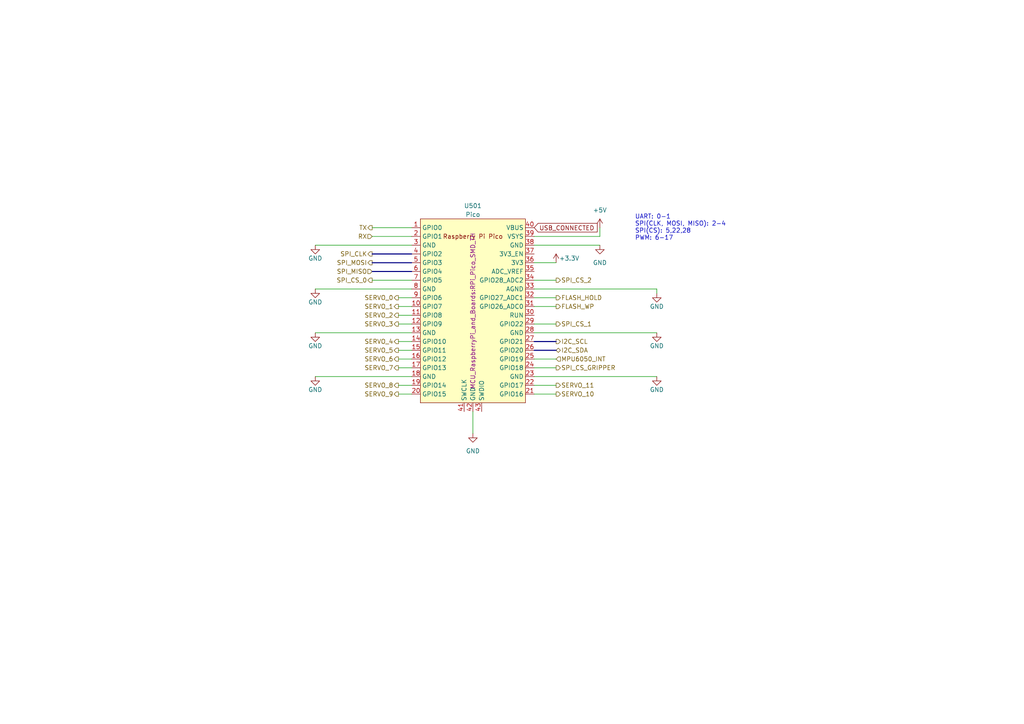
<source format=kicad_sch>
(kicad_sch (version 20230121) (generator eeschema)
  (paper "A4")
  (lib_symbols
    (symbol "MCU_RaspberryPi_and_Boards:Pico"
      (property "Reference" "U" (at -13.97 27.94 0))
      (property "Value" "Pico" (at 0 19.05 0))
      (symbol "Pico_0_0"
        (text "Raspberry Pi Pico" (at 0 21.59 0) (effects (font (size 1.27 1.27))))
      )
      (symbol "Pico_0_1"
        (rectangle (start -15.24 26.67) (end 15.24 -26.67) (fill (type background)))
      )
      (symbol "Pico_1_1"
        (pin bidirectional line (at -17.78 24.13 0) (length 2.54) (name "GPIO0") (number "1"))
        (pin bidirectional line (at -17.78 1.27 0) (length 2.54) (name "GPIO7") (number "10"))
        (pin bidirectional line (at -17.78 -1.27 0) (length 2.54) (name "GPIO8") (number "11"))
        (pin bidirectional line (at -17.78 -3.81 0) (length 2.54) (name "GPIO9") (number "12"))
        (pin power_in line (at -17.78 -6.35 0) (length 2.54) (name "GND") (number "13"))
        (pin bidirectional line (at -17.78 -8.89 0) (length 2.54) (name "GPIO10") (number "14"))
        (pin bidirectional line (at -17.78 -11.43 0) (length 2.54) (name "GPIO11") (number "15"))
        (pin bidirectional line (at -17.78 -13.97 0) (length 2.54) (name "GPIO12") (number "16"))
        (pin bidirectional line (at -17.78 -16.51 0) (length 2.54) (name "GPIO13") (number "17"))
        (pin power_in line (at -17.78 -19.05 0) (length 2.54) (name "GND") (number "18"))
        (pin bidirectional line (at -17.78 -21.59 0) (length 2.54) (name "GPIO14") (number "19"))
        (pin bidirectional line (at -17.78 21.59 0) (length 2.54) (name "GPIO1") (number "2"))
        (pin bidirectional line (at -17.78 -24.13 0) (length 2.54) (name "GPIO15") (number "20"))
        (pin bidirectional line (at 17.78 -24.13 180) (length 2.54) (name "GPIO16") (number "21"))
        (pin bidirectional line (at 17.78 -21.59 180) (length 2.54) (name "GPIO17") (number "22"))
        (pin power_in line (at 17.78 -19.05 180) (length 2.54) (name "GND") (number "23"))
        (pin bidirectional line (at 17.78 -16.51 180) (length 2.54) (name "GPIO18") (number "24"))
        (pin bidirectional line (at 17.78 -13.97 180) (length 2.54) (name "GPIO19") (number "25"))
        (pin bidirectional line (at 17.78 -11.43 180) (length 2.54) (name "GPIO20") (number "26"))
        (pin bidirectional line (at 17.78 -8.89 180) (length 2.54) (name "GPIO21") (number "27"))
        (pin power_in line (at 17.78 -6.35 180) (length 2.54) (name "GND") (number "28"))
        (pin bidirectional line (at 17.78 -3.81 180) (length 2.54) (name "GPIO22") (number "29"))
        (pin power_in line (at -17.78 19.05 0) (length 2.54) (name "GND") (number "3"))
        (pin input line (at 17.78 -1.27 180) (length 2.54) (name "RUN") (number "30"))
        (pin bidirectional line (at 17.78 1.27 180) (length 2.54) (name "GPIO26_ADC0") (number "31"))
        (pin bidirectional line (at 17.78 3.81 180) (length 2.54) (name "GPIO27_ADC1") (number "32"))
        (pin power_in line (at 17.78 6.35 180) (length 2.54) (name "AGND") (number "33"))
        (pin bidirectional line (at 17.78 8.89 180) (length 2.54) (name "GPIO28_ADC2") (number "34"))
        (pin power_in line (at 17.78 11.43 180) (length 2.54) (name "ADC_VREF") (number "35"))
        (pin power_in line (at 17.78 13.97 180) (length 2.54) (name "3V3") (number "36"))
        (pin input line (at 17.78 16.51 180) (length 2.54) (name "3V3_EN") (number "37"))
        (pin bidirectional line (at 17.78 19.05 180) (length 2.54) (name "GND") (number "38"))
        (pin power_in line (at 17.78 21.59 180) (length 2.54) (name "VSYS") (number "39"))
        (pin bidirectional line (at -17.78 16.51 0) (length 2.54) (name "GPIO2") (number "4"))
        (pin power_in line (at 17.78 24.13 180) (length 2.54) (name "VBUS") (number "40"))
        (pin input line (at -2.54 -29.21 90) (length 2.54) (name "SWCLK") (number "41"))
        (pin power_in line (at 0 -29.21 90) (length 2.54) (name "GND") (number "42"))
        (pin bidirectional line (at 2.54 -29.21 90) (length 2.54) (name "SWDIO") (number "43"))
        (pin bidirectional line (at -17.78 13.97 0) (length 2.54) (name "GPIO3") (number "5"))
        (pin bidirectional line (at -17.78 11.43 0) (length 2.54) (name "GPIO4") (number "6"))
        (pin bidirectional line (at -17.78 8.89 0) (length 2.54) (name "GPIO5") (number "7"))
        (pin power_in line (at -17.78 6.35 0) (length 2.54) (name "GND") (number "8"))
        (pin bidirectional line (at -17.78 3.81 0) (length 2.54) (name "GPIO6") (number "9"))
      )
    )
    (symbol "power:+3.3V" (power) (pin_names (offset 0))
      (property "Value" "+3.3V" (at 0 3.556 0))
      (symbol "+3.3V_0_1"
        (polyline (pts (xy -0.762 1.27) (xy 0 2.54)))
        (polyline (pts (xy 0 0) (xy 0 2.54)))
        (polyline (pts (xy 0 2.54) (xy 0.762 1.27)))
      )
      (symbol "+3.3V_1_1"
        (pin power_in line (at 0 0 90) (length 0) hide (name "+3.3V") (number "1"))
      )
    )
    (symbol "power:+5V" (power) (pin_names (offset 0))
      (property "Value" "+5V" (at 0 3.556 0))
      (symbol "+5V_0_1"
        (polyline (pts (xy -0.762 1.27) (xy 0 2.54)))
        (polyline (pts (xy 0 0) (xy 0 2.54)))
        (polyline (pts (xy 0 2.54) (xy 0.762 1.27)))
      )
      (symbol "+5V_1_1"
        (pin power_in line (at 0 0 90) (length 0) hide (name "+5V") (number "1"))
      )
    )
    (symbol "power:GND" (power) (pin_names (offset 0))
      (property "Value" "GND" (at 0 -3.81 0))
      (symbol "GND_0_1"
        (polyline (pts (xy 0 0) (xy 0 -1.27) (xy 1.27 -1.27) (xy 0 -2.54) (xy -1.27 -1.27) (xy 0 -1.27)))
      )
      (symbol "GND_1_1"
        (pin power_in line (at 0 0 270) (length 0) hide (name "GND") (number "1"))
      )
    )
  )
  (wire (pts (xy 115.57 111.76) (xy 119.38 111.76)))
  (wire (pts (xy 115.57 88.9) (xy 119.38 88.9)))
  (wire (pts (xy 161.29 114.3) (xy 154.94 114.3)))
  (wire (pts (xy 115.57 106.68) (xy 119.38 106.68)))
  (wire (pts (xy 161.29 93.98) (xy 154.94 93.98)))
  (wire (pts (xy 137.16 119.38) (xy 137.16 125.73)))
  (wire (pts (xy 173.99 68.58) (xy 173.99 66.04)))
  (wire (pts (xy 115.57 93.98) (xy 119.38 93.98)))
  (wire (pts (xy 91.44 71.12) (xy 119.38 71.12)))
  (wire (pts (xy 115.57 86.36) (xy 119.38 86.36)))
  (wire (pts (xy 154.94 71.12) (xy 173.99 71.12)))
  (wire (pts (xy 154.94 109.22) (xy 190.5 109.22)))
  (wire (pts (xy 91.44 109.22) (xy 119.38 109.22)))
  (bus (pts (xy 107.95 76.2) (xy 119.38 76.2)))
  (bus (pts (xy 154.94 99.06) (xy 161.29 99.06)))
  (wire (pts (xy 161.29 106.68) (xy 154.94 106.68)))
  (wire (pts (xy 154.94 104.14) (xy 161.29 104.14)))
  (wire (pts (xy 107.95 66.04) (xy 119.38 66.04)))
  (wire (pts (xy 115.57 99.06) (xy 119.38 99.06)))
  (wire (pts (xy 161.29 81.28) (xy 154.94 81.28)))
  (wire (pts (xy 115.57 114.3) (xy 119.38 114.3)))
  (wire (pts (xy 107.95 81.28) (xy 119.38 81.28)))
  (bus (pts (xy 107.95 78.74) (xy 119.38 78.74)))
  (wire (pts (xy 190.5 85.09) (xy 190.5 83.82)))
  (wire (pts (xy 154.94 68.58) (xy 173.99 68.58)))
  (wire (pts (xy 107.95 68.58) (xy 119.38 68.58)))
  (wire (pts (xy 91.44 96.52) (xy 119.38 96.52)))
  (wire (pts (xy 190.5 83.82) (xy 154.94 83.82)))
  (wire (pts (xy 115.57 101.6) (xy 119.38 101.6)))
  (wire (pts (xy 91.44 83.82) (xy 119.38 83.82)))
  (wire (pts (xy 161.29 111.76) (xy 154.94 111.76)))
  (wire (pts (xy 115.57 104.14) (xy 119.38 104.14)))
  (bus (pts (xy 154.94 101.6) (xy 161.29 101.6)))
  (wire (pts (xy 154.94 86.36) (xy 161.29 86.36)))
  (wire (pts (xy 154.94 88.9) (xy 161.29 88.9)))
  (wire (pts (xy 115.57 91.44) (xy 119.38 91.44)))
  (wire (pts (xy 154.94 96.52) (xy 190.5 96.52)))
  (wire (pts (xy 154.94 76.2) (xy 161.29 76.2)))
  (bus (pts (xy 107.95 73.66) (xy 119.38 73.66)))
  (text "UART: 0-1\nSPI(CLK, MOSI, MISO): 2-4\nSPI(CS): 5,22,28\nPWM: 6-17\n" (at 184.15 69.85 0) (effects (font (size 1.27 1.27)) (justify left bottom)))
  (global_label "USB_CONNECTED" (shape input) (at 154.94 66.04 0) (property "Intersheetrefs" "${INTERSHEET_REFS}" (effects hide)))
  (hierarchical_label "SERVO_3" (shape output) (at 115.57 93.98 180))
  (hierarchical_label "SERVO_1" (shape output) (at 115.57 88.9 180))
  (hierarchical_label "SERVO_7" (shape output) (at 115.57 106.68 180))
  (hierarchical_label "RX" (shape input) (at 107.95 68.58 180) (property "Intersheetrefs" "${INTERSHEET_REFS}" (effects hide)))
  (hierarchical_label "SERVO_10" (shape output) (at 161.29 114.3 0))
  (hierarchical_label "SPI_CS_0" (shape output) (at 107.95 81.28 180))
  (hierarchical_label "SPI_CLK" (shape output) (at 107.95 73.66 180))
  (hierarchical_label "SERVO_4" (shape output) (at 115.57 99.06 180))
  (hierarchical_label "I2C_SDA" (shape bidirectional) (at 161.29 101.6 0))
  (hierarchical_label "FLASH_HOLD" (shape output) (at 161.29 86.36 0))
  (hierarchical_label "I2C_SCL" (shape output) (at 161.29 99.06 0))
  (hierarchical_label "FLASH_WP" (shape output) (at 161.29 88.9 0))
  (hierarchical_label "SPI_CS_GRIPPER" (shape output) (at 161.29 106.68 0))
  (hierarchical_label "MPU6050_INT" (shape input) (at 161.29 104.14 0))
  (hierarchical_label "SERVO_0" (shape output) (at 115.57 86.36 180))
  (hierarchical_label "SPI_CS_2" (shape output) (at 161.29 81.28 0))
  (hierarchical_label "SERVO_9" (shape output) (at 115.57 114.3 180))
  (hierarchical_label "SERVO_8" (shape output) (at 115.57 111.76 180))
  (hierarchical_label "SERVO_6" (shape output) (at 115.57 104.14 180))
  (hierarchical_label "SPI_MISO" (shape input) (at 107.95 78.74 180))
  (hierarchical_label "SERVO_11" (shape output) (at 161.29 111.76 0))
  (hierarchical_label "TX" (shape output) (at 107.95 66.04 180) (property "Intersheetrefs" "${INTERSHEET_REFS}" (effects hide)))
  (hierarchical_label "SERVO_2" (shape output) (at 115.57 91.44 180))
  (hierarchical_label "SERVO_5" (shape output) (at 115.57 101.6 180))
  (hierarchical_label "SPI_CS_1" (shape output) (at 161.29 93.98 0))
  (hierarchical_label "SPI_MOSI" (shape output) (at 107.95 76.2 180))
  (symbol (lib_id "power:GND") (at 190.5 109.22 0) (unit 1)
    (property "Reference" "#PWR0511" (effects hide))
    (property "Value" "GND" (at 190.5 113.03 0))
  )
  (symbol (lib_id "power:GND") (at 91.44 83.82 0) (unit 1)
    (property "Reference" "#PWR0502" (effects hide))
    (property "Value" "GND" (at 91.44 87.63 0))
  )
  (symbol (lib_id "power:GND") (at 91.44 71.12 0) (unit 1)
    (property "Reference" "#PWR0501" (effects hide))
    (property "Value" "GND" (at 91.44 74.93 0))
  )
  (symbol (lib_id "power:GND") (at 137.16 125.73 0) (unit 1)
    (property "Reference" "#PWR0505" (effects hide))
    (property "Value" "GND" (at 137.16 130.81 0))
  )
  (symbol (lib_id "power:GND") (at 190.5 96.52 0) (unit 1)
    (property "Reference" "#PWR0510" (effects hide))
    (property "Value" "GND" (at 190.5 100.33 0))
  )
  (symbol (lib_id "power:GND") (at 190.5 85.09 0) (unit 1)
    (property "Reference" "#PWR0509" (effects hide))
    (property "Value" "GND" (at 190.5 88.9 0))
  )
  (symbol (lib_id "MCU_RaspberryPi_and_Boards:Pico") (at 137.16 90.17 0) (unit 1)
    (property "Reference" "U501" (at 137.16 59.69 0))
    (property "Value" "Pico" (at 137.16 62.23 0))
    (property "Footprint" "MCU_RaspberryPi_and_Boards:RPi_Pico_SMD_TH" (at 137.16 90.17 90))
  )
  (symbol (lib_id "power:+3.3V") (at 161.29 76.2 0) (unit 1)
    (property "Reference" "#PWR0506" (effects hide))
    (property "Value" "+3.3V" (at 165.1 74.93 0))
  )
  (symbol (lib_id "power:+5V") (at 173.99 66.04 0) (unit 1)
    (property "Reference" "#PWR0507" (effects hide))
    (property "Value" "+5V" (at 173.99 60.96 0))
  )
  (symbol (lib_id "power:GND") (at 173.99 71.12 0) (unit 1)
    (property "Reference" "#PWR0508" (effects hide))
    (property "Value" "GND" (at 173.99 76.2 0))
  )
  (symbol (lib_id "power:GND") (at 91.44 96.52 0) (unit 1)
    (property "Reference" "#PWR0503" (effects hide))
    (property "Value" "GND" (at 91.44 100.33 0))
  )
  (symbol (lib_id "power:GND") (at 91.44 109.22 0) (unit 1)
    (property "Reference" "#PWR0504" (effects hide))
    (property "Value" "GND" (at 91.44 113.03 0))
  )
)
</source>
